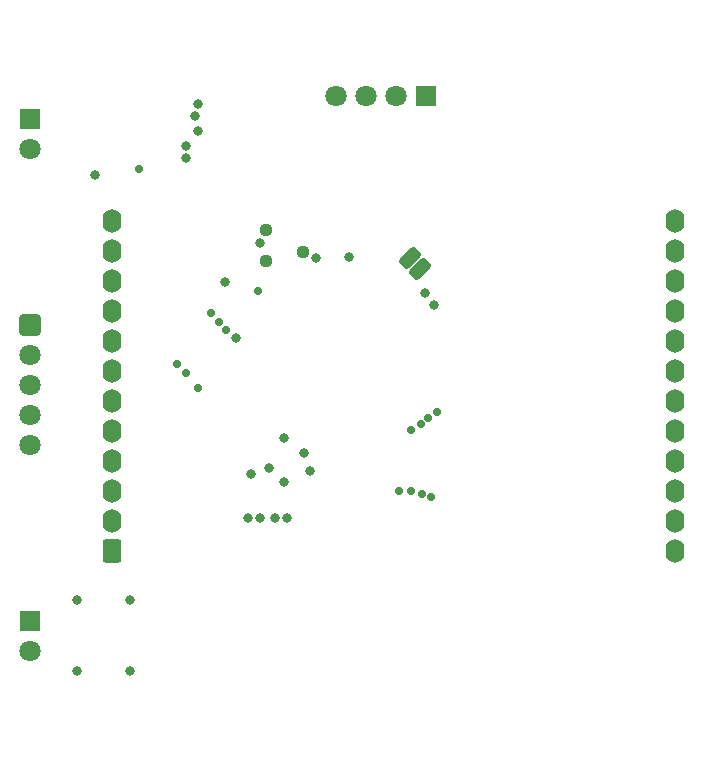
<source format=gbs>
G04*
G04 #@! TF.GenerationSoftware,Altium Limited,Altium Designer,19.1.5 (86)*
G04*
G04 Layer_Color=16711935*
%FSLAX24Y24*%
%MOIN*%
G70*
G01*
G75*
G04:AMPARAMS|DCode=41|XSize=78.7mil|YSize=63mil|CornerRadius=9.4mil|HoleSize=0mil|Usage=FLASHONLY|Rotation=90.000|XOffset=0mil|YOffset=0mil|HoleType=Round|Shape=RoundedRectangle|*
%AMROUNDEDRECTD41*
21,1,0.0787,0.0443,0,0,90.0*
21,1,0.0600,0.0630,0,0,90.0*
1,1,0.0187,0.0221,0.0300*
1,1,0.0187,0.0221,-0.0300*
1,1,0.0187,-0.0221,-0.0300*
1,1,0.0187,-0.0221,0.0300*
%
%ADD41ROUNDEDRECTD41*%
%ADD42O,0.0630X0.0787*%
%ADD43C,0.0039*%
%ADD44R,0.0709X0.0709*%
%ADD45C,0.0709*%
%ADD46R,0.0709X0.0709*%
G04:AMPARAMS|DCode=47|XSize=74.8mil|YSize=43.3mil|CornerRadius=11.8mil|HoleSize=0mil|Usage=FLASHONLY|Rotation=45.000|XOffset=0mil|YOffset=0mil|HoleType=Round|Shape=RoundedRectangle|*
%AMROUNDEDRECTD47*
21,1,0.0748,0.0197,0,0,45.0*
21,1,0.0512,0.0433,0,0,45.0*
1,1,0.0236,0.0251,0.0111*
1,1,0.0236,-0.0111,-0.0251*
1,1,0.0236,-0.0251,-0.0111*
1,1,0.0236,0.0111,0.0251*
%
%ADD47ROUNDEDRECTD47*%
G04:AMPARAMS|DCode=48|XSize=70.9mil|YSize=70.9mil|CornerRadius=10.3mil|HoleSize=0mil|Usage=FLASHONLY|Rotation=270.000|XOffset=0mil|YOffset=0mil|HoleType=Round|Shape=RoundedRectangle|*
%AMROUNDEDRECTD48*
21,1,0.0709,0.0502,0,0,270.0*
21,1,0.0502,0.0709,0,0,270.0*
1,1,0.0207,-0.0251,-0.0251*
1,1,0.0207,-0.0251,0.0251*
1,1,0.0207,0.0251,0.0251*
1,1,0.0207,0.0251,-0.0251*
%
%ADD48ROUNDEDRECTD48*%
%ADD49C,0.0276*%
%ADD50C,0.0315*%
%ADD72C,0.0439*%
D41*
X11811Y14157D02*
D03*
D42*
X30561D02*
D03*
Y15157D02*
D03*
Y16157D02*
D03*
Y17157D02*
D03*
Y18157D02*
D03*
Y19157D02*
D03*
Y20157D02*
D03*
Y21157D02*
D03*
Y22157D02*
D03*
Y23157D02*
D03*
Y24157D02*
D03*
Y25157D02*
D03*
X11811D02*
D03*
Y24157D02*
D03*
Y23157D02*
D03*
Y22157D02*
D03*
Y21157D02*
D03*
Y20157D02*
D03*
Y19157D02*
D03*
Y18157D02*
D03*
Y17157D02*
D03*
Y16157D02*
D03*
Y15157D02*
D03*
D43*
X9449Y7480D02*
D03*
Y31890D02*
D03*
D44*
X22260Y29331D02*
D03*
D45*
X21260D02*
D03*
X20260D02*
D03*
X19260D02*
D03*
X9055Y10811D02*
D03*
Y27559D02*
D03*
Y17685D02*
D03*
Y19685D02*
D03*
Y18685D02*
D03*
Y20685D02*
D03*
D46*
Y11811D02*
D03*
Y28559D02*
D03*
D47*
X22070Y23564D02*
D03*
X21717Y23918D02*
D03*
D48*
X9055Y21685D02*
D03*
D49*
X22088Y18377D02*
D03*
X21762Y18179D02*
D03*
X15089Y22096D02*
D03*
X16654Y22816D02*
D03*
X15377Y21775D02*
D03*
X22441Y15945D02*
D03*
X22344Y18574D02*
D03*
X12697Y26870D02*
D03*
X15604Y21510D02*
D03*
X14272Y20079D02*
D03*
X22638Y18799D02*
D03*
X13976Y20374D02*
D03*
X14665Y19587D02*
D03*
X21358Y16142D02*
D03*
X21752D02*
D03*
X22146Y16043D02*
D03*
D50*
X22539Y22343D02*
D03*
X22244Y22736D02*
D03*
X15551Y23130D02*
D03*
X18209Y17421D02*
D03*
X17520Y17913D02*
D03*
X10630Y10138D02*
D03*
Y12500D02*
D03*
X11220Y26673D02*
D03*
X14567Y28642D02*
D03*
X14665Y28150D02*
D03*
X14665Y29035D02*
D03*
X14272Y27264D02*
D03*
X14272Y27657D02*
D03*
X19685Y23939D02*
D03*
X16732Y24409D02*
D03*
X18602Y23917D02*
D03*
X16339Y15256D02*
D03*
X17618D02*
D03*
X17224D02*
D03*
X16732D02*
D03*
X16437Y16732D02*
D03*
X17028Y16929D02*
D03*
X17520Y16437D02*
D03*
X15945Y21260D02*
D03*
X18406Y16831D02*
D03*
X12402Y12500D02*
D03*
Y10138D02*
D03*
D72*
X18169Y24113D02*
D03*
X16929Y23819D02*
D03*
X16929Y24843D02*
D03*
M02*

</source>
